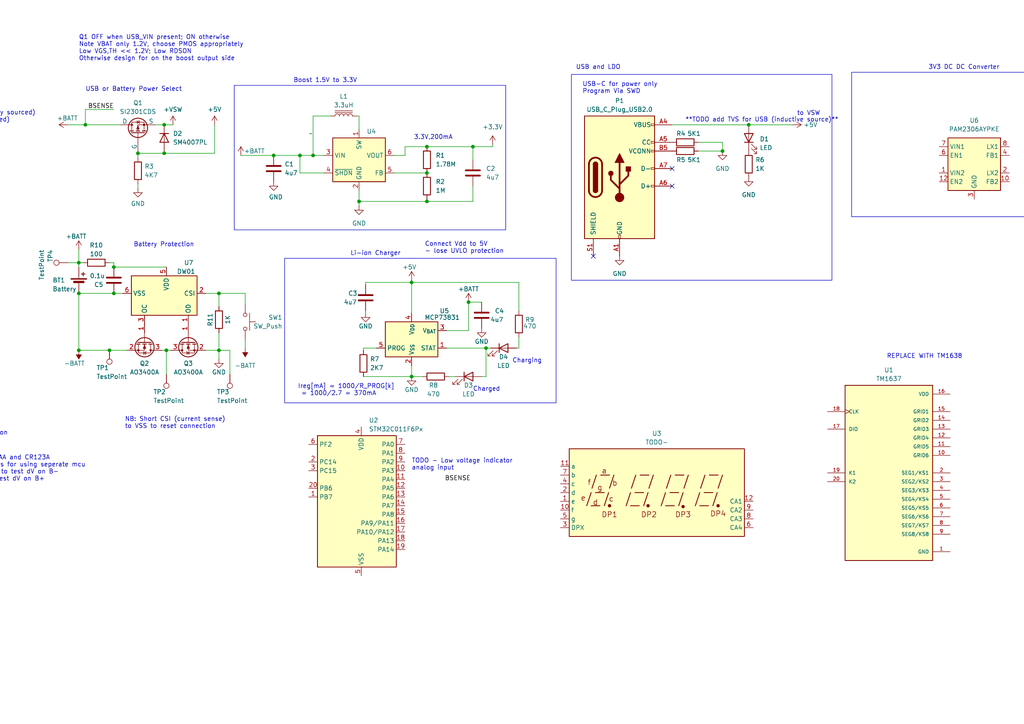
<source format=kicad_sch>
(kicad_sch (version 20230121) (generator eeschema)
  (paper "A4")
  (lib_symbols
    (symbol "Battery_Management:MCP73831-2-OT"
      (property "Reference" "U" (at -7.62 6.35 0))
      (property "Value" "MCP73831-2-OT" (at 1.27 6.35 0))
      (symbol "MCP73831-2-OT_0_1"
        (rectangle (start -7.62 5.08) (end 7.62 -5.08) (stroke (width 0.254)) (fill (type background)))
      )
      (symbol "MCP73831-2-OT_1_1"
        (pin output line (at 10.16 -2.54 180) (length 2.54) (name "STAT") (number "1"))
        (pin power_in line (at 0 -7.62 90) (length 2.54) (name "V_{SS}") (number "2"))
        (pin power_out line (at 10.16 2.54 180) (length 2.54) (name "V_{BAT}") (number "3"))
        (pin power_in line (at 0 7.62 270) (length 2.54) (name "V_{DD}") (number "4"))
        (pin input line (at -10.16 -2.54 0) (length 2.54) (name "PROG") (number "5"))
      )
    )
    (symbol "Connector:TestPoint" (pin_numbers hide) (pin_names (offset 0.762) hide)
      (property "Reference" "TP" (at 0 6.858 0))
      (property "Value" "TestPoint" (at 0 5.08 0))
      (symbol "TestPoint_0_1"
        (circle (center 0 3.302) (radius 0.762))
      )
      (symbol "TestPoint_1_1"
        (pin passive line (at 0 0 90) (length 2.54) (name "1") (number "1"))
      )
    )
    (symbol "Connector:USB_C_Plug_USB2.0" (pin_names (offset 1.016))
      (property "Reference" "P" (at -10.16 19.05 0))
      (property "Value" "USB_C_Plug_USB2.0" (at 12.7 19.05 0))
      (symbol "USB_C_Plug_USB2.0_0_0"
        (rectangle (start -0.254 -17.78) (end 0.254 -16.764))
        (rectangle (start 10.16 -2.286) (end 9.144 -2.794))
        (rectangle (start 10.16 2.794) (end 9.144 2.286))
        (rectangle (start 10.16 7.874) (end 9.144 7.366))
        (rectangle (start 10.16 10.414) (end 9.144 9.906))
        (rectangle (start 10.16 15.494) (end 9.144 14.986))
      )
      (symbol "USB_C_Plug_USB2.0_0_1"
        (rectangle (start -10.16 17.78) (end 10.16 -17.78) (stroke (width 0.254)) (fill (type background)))
        (arc (start -8.89 -3.81) (mid -6.985 -5.7067) (end -5.08 -3.81) (stroke (width 0.508)))
        (arc (start -7.62 -3.81) (mid -6.985 -4.4423) (end -6.35 -3.81) (stroke (width 0.254)))
        (arc (start -7.62 -3.81) (mid -6.985 -4.4423) (end -6.35 -3.81) (stroke (width 0.254)) (fill (type outline)))
        (rectangle (start -7.62 -3.81) (end -6.35 3.81) (stroke (width 0.254)) (fill (type outline)))
        (arc (start -6.35 3.81) (mid -6.985 4.4423) (end -7.62 3.81) (stroke (width 0.254)))
        (arc (start -6.35 3.81) (mid -6.985 4.4423) (end -7.62 3.81) (stroke (width 0.254)) (fill (type outline)))
        (arc (start -5.08 3.81) (mid -6.985 5.7067) (end -8.89 3.81) (stroke (width 0.508)))
        (circle (center -2.54 1.143) (radius 0.635) (stroke (width 0.254)) (fill (type outline)))
        (circle (center 0 -5.842) (radius 1.27) (fill (type outline)))
        (polyline (pts (xy -8.89 -3.81) (xy -8.89 3.81)) (stroke (width 0.508)))
        (polyline (pts (xy -5.08 3.81) (xy -5.08 -3.81)) (stroke (width 0.508)))
        (polyline (pts (xy 0 -5.842) (xy 0 4.318)) (stroke (width 0.508)))
        (polyline (pts (xy 0 -3.302) (xy -2.54 -0.762) (xy -2.54 0.508)) (stroke (width 0.508)))
        (polyline (pts (xy 0 -2.032) (xy 2.54 0.508) (xy 2.54 1.778)) (stroke (width 0.508)))
        (polyline (pts (xy -1.27 4.318) (xy 0 6.858) (xy 1.27 4.318) (xy -1.27 4.318)) (stroke (width 0.254)) (fill (type outline)))
        (rectangle (start 1.905 1.778) (end 3.175 3.048) (stroke (width 0.254)) (fill (type outline)))
      )
      (symbol "USB_C_Plug_USB2.0_1_1"
        (pin passive line (at 0 -22.86 90) (length 5.08) (name "GND") (number "A1"))
        (pin passive line (at 0 -22.86 90) (length 5.08) hide (name "GND") (number "A12"))
        (pin passive line (at 15.24 15.24 180) (length 5.08) (name "VBUS") (number "A4"))
        (pin bidirectional line (at 15.24 10.16 180) (length 5.08) (name "CC") (number "A5"))
        (pin bidirectional line (at 15.24 -2.54 180) (length 5.08) (name "D+") (number "A6"))
        (pin bidirectional line (at 15.24 2.54 180) (length 5.08) (name "D-") (number "A7"))
        (pin passive line (at 15.24 15.24 180) (length 5.08) hide (name "VBUS") (number "A9"))
        (pin passive line (at 0 -22.86 90) (length 5.08) hide (name "GND") (number "B1"))
        (pin passive line (at 0 -22.86 90) (length 5.08) hide (name "GND") (number "B12"))
        (pin passive line (at 15.24 15.24 180) (length 5.08) hide (name "VBUS") (number "B4"))
        (pin bidirectional line (at 15.24 7.62 180) (length 5.08) (name "VCONN") (number "B5"))
        (pin passive line (at 15.24 15.24 180) (length 5.08) hide (name "VBUS") (number "B9"))
        (pin passive line (at -7.62 -22.86 90) (length 5.08) (name "SHIELD") (number "S1"))
      )
    )
    (symbol "Device:Battery_Cell" (pin_numbers hide) (pin_names (offset 0) hide)
      (property "Reference" "BT" (at 2.54 2.54 0))
      (property "Value" "Battery_Cell" (at 2.54 0 0))
      (symbol "Battery_Cell_0_1"
        (rectangle (start -2.286 1.778) (end 2.286 1.524) (fill (type outline)))
        (rectangle (start -1.524 1.016) (end 1.524 0.508) (fill (type outline)))
        (polyline (pts (xy 0 0.762) (xy 0 0)))
        (polyline (pts (xy 0 1.778) (xy 0 2.54)))
        (polyline (pts (xy 0.762 3.048) (xy 1.778 3.048)) (stroke (width 0.254)))
        (polyline (pts (xy 1.27 3.556) (xy 1.27 2.54)) (stroke (width 0.254)))
      )
      (symbol "Battery_Cell_1_1"
        (pin passive line (at 0 5.08 270) (length 2.54) (name "+") (number "1"))
        (pin passive line (at 0 -2.54 90) (length 2.54) (name "-") (number "2"))
      )
    )
    (symbol "Device:C" (pin_numbers hide) (pin_names (offset 0.254))
      (property "Reference" "C" (at 0.635 2.54 0))
      (property "Value" "C" (at 0.635 -2.54 0))
      (symbol "C_0_1"
        (polyline (pts (xy -2.032 -0.762) (xy 2.032 -0.762)) (stroke (width 0.508)))
        (polyline (pts (xy -2.032 0.762) (xy 2.032 0.762)) (stroke (width 0.508)))
      )
      (symbol "C_1_1"
        (pin passive line (at 0 3.81 270) (length 2.794) (name "~") (number "1"))
        (pin passive line (at 0 -3.81 90) (length 2.794) (name "~") (number "2"))
      )
    )
    (symbol "Device:LED" (pin_numbers hide) (pin_names (offset 1.016) hide)
      (property "Reference" "D" (at 0 2.54 0))
      (property "Value" "LED" (at 0 -2.54 0))
      (symbol "LED_0_1"
        (polyline (pts (xy -1.27 -1.27) (xy -1.27 1.27)) (stroke (width 0.254)))
        (polyline (pts (xy -1.27 0) (xy 1.27 0)))
        (polyline (pts (xy 1.27 -1.27) (xy 1.27 1.27) (xy -1.27 0) (xy 1.27 -1.27)) (stroke (width 0.254)))
        (polyline (pts (xy -3.048 -0.762) (xy -4.572 -2.286) (xy -3.81 -2.286) (xy -4.572 -2.286) (xy -4.572 -1.524)))
        (polyline (pts (xy -1.778 -0.762) (xy -3.302 -2.286) (xy -2.54 -2.286) (xy -3.302 -2.286) (xy -3.302 -1.524)))
      )
      (symbol "LED_1_1"
        (pin passive line (at -3.81 0 0) (length 2.54) (name "K") (number "1"))
        (pin passive line (at 3.81 0 180) (length 2.54) (name "A") (number "2"))
      )
    )
    (symbol "Device:L_Iron" (pin_numbers hide) (pin_names (offset 1.016) hide)
      (property "Reference" "L" (at -1.27 0 90))
      (property "Value" "L_Iron" (at 2.794 0 90))
      (symbol "L_Iron_0_1"
        (arc (start 0 -2.54) (mid 0.6323 -1.905) (end 0 -1.27))
        (arc (start 0 -1.27) (mid 0.6323 -0.635) (end 0 0))
        (polyline (pts (xy 1.016 2.54) (xy 1.016 -2.54)))
        (polyline (pts (xy 1.524 -2.54) (xy 1.524 2.54)))
        (arc (start 0 0) (mid 0.6323 0.635) (end 0 1.27))
        (arc (start 0 1.27) (mid 0.6323 1.905) (end 0 2.54))
      )
      (symbol "L_Iron_1_1"
        (pin passive line (at 0 3.81 270) (length 1.27) (name "1") (number "1"))
        (pin passive line (at 0 -3.81 90) (length 1.27) (name "2") (number "2"))
      )
    )
    (symbol "Device:R" (pin_numbers hide) (pin_names (offset 0))
      (property "Reference" "R" (at 2.032 0 90))
      (property "Value" "R" (at 0 0 90))
      (symbol "R_0_1"
        (rectangle (start -1.016 -2.54) (end 1.016 2.54) (stroke (width 0.254)))
      )
      (symbol "R_1_1"
        (pin passive line (at 0 3.81 270) (length 1.27) (name "~") (number "1"))
        (pin passive line (at 0 -3.81 90) (length 1.27) (name "~") (number "2"))
      )
    )
    (symbol "Diode:1N4002" (pin_numbers hide) (pin_names hide)
      (property "Reference" "D" (at 0 2.54 0))
      (property "Value" "1N4002" (at 0 -2.54 0))
      (symbol "1N4002_0_1"
        (polyline (pts (xy -1.27 1.27) (xy -1.27 -1.27)) (stroke (width 0.254)))
        (polyline (pts (xy 1.27 0) (xy -1.27 0)))
        (polyline (pts (xy 1.27 1.27) (xy 1.27 -1.27) (xy -1.27 0) (xy 1.27 1.27)) (stroke (width 0.254)))
      )
      (symbol "1N4002_1_1"
        (pin passive line (at -3.81 0 0) (length 2.54) (name "K") (number "1"))
        (pin passive line (at 3.81 0 180) (length 2.54) (name "A") (number "2"))
      )
    )
    (symbol "Display_Character:CA56-12CGKWA"
      (property "Reference" "U" (at -24.13 13.97 0))
      (property "Value" "CA56-12CGKWA" (at 17.78 13.97 0))
      (symbol "CA56-12CGKWA_0_0"
        (rectangle (start -25.4 12.7) (end 25.4 -12.7) (stroke (width 0.254)) (fill (type background)))
        (polyline (pts (xy -20.32 -3.81) (xy -19.05 0)) (stroke (width 0.254)))
        (polyline (pts (xy -19.05 -3.81) (xy -16.51 -3.81)) (stroke (width 0.254)))
        (polyline (pts (xy -18.796 1.27) (xy -17.526 5.08)) (stroke (width 0.254)))
        (polyline (pts (xy -17.78 0) (xy -15.24 0)) (stroke (width 0.254)))
        (polyline (pts (xy -16.256 5.08) (xy -13.716 5.08)) (stroke (width 0.254)))
        (polyline (pts (xy -15.24 -3.81) (xy -13.97 0)) (stroke (width 0.254)))
        (polyline (pts (xy -13.716 1.27) (xy -12.446 5.08)) (stroke (width 0.254)))
        (polyline (pts (xy -8.89 -3.81) (xy -7.62 0)) (stroke (width 0.254)))
        (polyline (pts (xy -7.62 -3.81) (xy -5.08 -3.81)) (stroke (width 0.254)))
        (polyline (pts (xy -7.366 1.27) (xy -6.096 5.08)) (stroke (width 0.254)))
        (polyline (pts (xy -6.35 0) (xy -3.81 0)) (stroke (width 0.254)))
        (polyline (pts (xy -4.826 5.08) (xy -2.286 5.08)) (stroke (width 0.254)))
        (polyline (pts (xy -3.81 -3.81) (xy -2.54 0)) (stroke (width 0.254)))
        (polyline (pts (xy -2.286 1.27) (xy -1.016 5.08)) (stroke (width 0.254)))
        (polyline (pts (xy 1.27 -3.81) (xy 2.54 0)) (stroke (width 0.254)))
        (polyline (pts (xy 2.54 -3.81) (xy 5.08 -3.81)) (stroke (width 0.254)))
        (polyline (pts (xy 2.794 1.27) (xy 4.064 5.08)) (stroke (width 0.254)))
        (polyline (pts (xy 3.81 0) (xy 6.35 0)) (stroke (width 0.254)))
        (polyline (pts (xy 5.334 5.08) (xy 7.874 5.08)) (stroke (width 0.254)))
        (polyline (pts (xy 6.35 -3.81) (xy 7.62 0)) (stroke (width 0.254)))
        (polyline (pts (xy 7.874 1.27) (xy 9.144 5.08)) (stroke (width 0.254)))
        (polyline (pts (xy 11.176 -3.81) (xy 12.446 0)) (stroke (width 0.254)))
        (polyline (pts (xy 12.446 -3.81) (xy 14.986 -3.81)) (stroke (width 0.254)))
        (polyline (pts (xy 12.7 1.27) (xy 13.97 5.08)) (stroke (width 0.254)))
        (polyline (pts (xy 13.716 0) (xy 16.256 0)) (stroke (width 0.254)))
        (polyline (pts (xy 15.24 5.08) (xy 17.78 5.08)) (stroke (width 0.254)))
        (polyline (pts (xy 16.256 -3.81) (xy 17.526 0)) (stroke (width 0.254)))
        (polyline (pts (xy 17.78 1.27) (xy 19.05 5.08)) (stroke (width 0.254)))
        (text "a" (at -15.24 6.35 0) (effects (font (size 1.524 1.524))))
        (text "b" (at -12.192 2.794 0) (effects (font (size 1.524 1.524))))
        (text "c" (at -13.208 -1.778 0) (effects (font (size 1.524 1.524))))
        (text "d" (at -17.78 -2.794 0) (effects (font (size 1.524 1.524))))
        (text "DP1" (at -13.716 -6.35 0) (effects (font (size 1.524 1.524))))
        (text "DP2" (at -2.286 -6.35 0) (effects (font (size 1.524 1.524))))
        (text "DP3" (at 7.62 -6.35 0) (effects (font (size 1.524 1.524))))
        (text "DP4" (at 17.78 -6.096 0) (effects (font (size 1.524 1.524))))
        (text "e" (at -21.336 -1.524 0) (effects (font (size 1.524 1.524))))
        (text "f" (at -19.558 3.048 0) (effects (font (size 1.524 1.524))))
        (text "g" (at -16.51 1.524 0) (effects (font (size 1.524 1.524))))
      )
      (symbol "CA56-12CGKWA_0_1"
        (circle (center -13.716 -3.81) (radius 0.3556) (stroke (width 0.254)) (fill (type outline)))
        (circle (center -2.54 -3.81) (radius 0.3556) (stroke (width 0.254)) (fill (type outline)))
      )
      (symbol "CA56-12CGKWA_1_0"
        (circle (center 7.62 -4.064) (radius 0.3556) (stroke (width 0.254)) (fill (type outline)))
        (circle (center 17.78 -3.81) (radius 0.3556) (stroke (width 0.254)) (fill (type outline)))
      )
      (symbol "CA56-12CGKWA_1_1"
        (pin input line (at -27.94 -2.54 0) (length 2.54) (name "e") (number "1"))
        (pin input line (at -27.94 -5.08 0) (length 2.54) (name "f") (number "10"))
        (pin input line (at -27.94 7.62 0) (length 2.54) (name "a") (number "11"))
        (pin input line (at 27.94 -2.54 180) (length 2.54) (name "CA1") (number "12"))
        (pin input line (at -27.94 0 0) (length 2.54) (name "d") (number "2"))
        (pin input line (at -27.94 -10.16 0) (length 2.54) (name "DPX") (number "3"))
        (pin input line (at -27.94 2.54 0) (length 2.54) (name "c") (number "4"))
        (pin input line (at -27.94 -7.62 0) (length 2.54) (name "g") (number "5"))
        (pin input line (at 27.94 -10.16 180) (length 2.54) (name "CA4") (number "6"))
        (pin input line (at -27.94 5.08 0) (length 2.54) (name "b") (number "7"))
        (pin input line (at 27.94 -7.62 180) (length 2.54) (name "CA3") (number "8"))
        (pin input line (at 27.94 -5.08 180) (length 2.54) (name "CA2") (number "9"))
      )
    )
    (symbol "MCU_ST_STM32C0:STM32C011F6Px"
      (property "Reference" "U" (at -10.16 21.59 0))
      (property "Value" "STM32C011F6Px" (at 5.08 21.59 0))
      (symbol "STM32C011F6Px_0_1"
        (rectangle (start -10.16 -17.78) (end 12.7 20.32) (stroke (width 0.254)) (fill (type background)))
      )
      (symbol "STM32C011F6Px_1_1"
        (pin bidirectional line (at -12.7 2.54 0) (length 2.54) (name "PB7") (number "1"))
        (pin bidirectional line (at 15.24 10.16 180) (length 2.54) (name "PA3") (number "10"))
        (pin bidirectional line (at 15.24 7.62 180) (length 2.54) (name "PA4") (number "11"))
        (pin bidirectional line (at 15.24 5.08 180) (length 2.54) (name "PA5") (number "12"))
        (pin bidirectional line (at 15.24 2.54 180) (length 2.54) (name "PA6") (number "13"))
        (pin bidirectional line (at 15.24 0 180) (length 2.54) (name "PA7") (number "14"))
        (pin bidirectional line (at 15.24 -2.54 180) (length 2.54) (name "PA8") (number "15"))
        (pin bidirectional line (at 15.24 -5.08 180) (length 2.54) (name "PA9/PA11") (number "16"))
        (pin bidirectional line (at 15.24 -7.62 180) (length 2.54) (name "PA10/PA12") (number "17"))
        (pin bidirectional line (at 15.24 -10.16 180) (length 2.54) (name "PA13") (number "18"))
        (pin bidirectional line (at 15.24 -12.7 180) (length 2.54) (name "PA14") (number "19"))
        (pin bidirectional line (at -12.7 12.7 0) (length 2.54) (name "PC14") (number "2"))
        (pin bidirectional line (at -12.7 5.08 0) (length 2.54) (name "PB6") (number "20"))
        (pin bidirectional line (at -12.7 10.16 0) (length 2.54) (name "PC15") (number "3"))
        (pin power_in line (at 2.54 22.86 270) (length 2.54) (name "VDD") (number "4"))
        (pin power_in line (at 2.54 -20.32 90) (length 2.54) (name "VSS") (number "5"))
        (pin bidirectional line (at -12.7 17.78 0) (length 2.54) (name "PF2") (number "6"))
        (pin bidirectional line (at 15.24 17.78 180) (length 2.54) (name "PA0") (number "7"))
        (pin bidirectional line (at 15.24 15.24 180) (length 2.54) (name "PA1") (number "8"))
        (pin bidirectional line (at 15.24 12.7 180) (length 2.54) (name "PA2") (number "9"))
      )
    )
    (symbol "Regulator_Switching:PAM2306AYPKE"
      (property "Reference" "U" (at 0 11.43 0))
      (property "Value" "PAM2306AYPKE" (at 0 8.89 0))
      (symbol "PAM2306AYPKE_0_1"
        (rectangle (start 7.62 7.62) (end -7.62 -7.62) (stroke (width 0.254)) (fill (type background)))
      )
      (symbol "PAM2306AYPKE_1_1"
        (pin power_in line (at -10.16 -2.54 0) (length 2.54) (name "VIN2") (number "1"))
        (pin input line (at 10.16 -5.08 180) (length 2.54) (name "FB2") (number "10"))
        (pin no_connect line (at 7.62 0 180) (length 2.54) hide (name "NC2") (number "11"))
        (pin input line (at -10.16 -5.08 0) (length 2.54) (name "EN2") (number "12"))
        (pin passive line (at 0 -10.16 90) (length 2.54) hide (name "GND") (number "13"))
        (pin output line (at 10.16 -2.54 180) (length 2.54) (name "LX2") (number "2"))
        (pin power_in line (at 0 -10.16 90) (length 2.54) (name "GND") (number "3"))
        (pin input line (at 10.16 2.54 180) (length 2.54) (name "FB1") (number "4"))
        (pin no_connect line (at -7.62 0 0) (length 2.54) hide (name "NC1") (number "5"))
        (pin input line (at -10.16 2.54 0) (length 2.54) (name "EN1") (number "6"))
        (pin power_in line (at -10.16 5.08 0) (length 2.54) (name "VIN1") (number "7"))
        (pin output line (at 10.16 5.08 180) (length 2.54) (name "LX1") (number "8"))
        (pin passive line (at 0 -10.16 90) (length 2.54) hide (name "GND") (number "9"))
      )
    )
    (symbol "Simulation_SPICE:PMOS" (pin_numbers hide) (pin_names (offset 0))
      (property "Reference" "Q" (at 5.08 1.27 0))
      (property "Value" "PMOS" (at 5.08 -1.27 0))
      (symbol "PMOS_0_1"
        (polyline (pts (xy 0.254 0) (xy -2.54 0)))
        (polyline (pts (xy 0.254 1.905) (xy 0.254 -1.905)) (stroke (width 0.254)))
        (polyline (pts (xy 0.762 -1.27) (xy 0.762 -2.286)) (stroke (width 0.254)))
        (polyline (pts (xy 0.762 0.508) (xy 0.762 -0.508)) (stroke (width 0.254)))
        (polyline (pts (xy 0.762 2.286) (xy 0.762 1.27)) (stroke (width 0.254)))
        (polyline (pts (xy 2.54 2.54) (xy 2.54 1.778)))
        (polyline (pts (xy 2.54 -2.54) (xy 2.54 0) (xy 0.762 0)))
        (polyline (pts (xy 0.762 1.778) (xy 3.302 1.778) (xy 3.302 -1.778) (xy 0.762 -1.778)))
        (polyline (pts (xy 2.286 0) (xy 1.27 0.381) (xy 1.27 -0.381) (xy 2.286 0)) (fill (type outline)))
        (polyline (pts (xy 2.794 -0.508) (xy 2.921 -0.381) (xy 3.683 -0.381) (xy 3.81 -0.254)))
        (polyline (pts (xy 3.302 -0.381) (xy 2.921 0.254) (xy 3.683 0.254) (xy 3.302 -0.381)))
        (circle (center 1.651 0) (radius 2.794) (stroke (width 0.254)))
        (circle (center 2.54 -1.778) (radius 0.254) (fill (type outline)))
        (circle (center 2.54 1.778) (radius 0.254) (fill (type outline)))
      )
      (symbol "PMOS_1_1"
        (pin passive line (at 2.54 5.08 270) (length 2.54) (name "D") (number "1"))
        (pin input line (at -5.08 0 0) (length 2.54) (name "G") (number "2"))
        (pin passive line (at 2.54 -5.08 90) (length 2.54) (name "S") (number "3"))
      )
    )
    (symbol "Switch:SW_Push" (pin_numbers hide) (pin_names (offset 1.016) hide)
      (property "Reference" "SW" (at 1.27 2.54 0))
      (property "Value" "SW_Push" (at 0 -1.524 0))
      (symbol "SW_Push_0_1"
        (circle (center -2.032 0) (radius 0.508))
        (polyline (pts (xy 0 1.27) (xy 0 3.048)))
        (polyline (pts (xy 2.54 1.27) (xy -2.54 1.27)))
        (circle (center 2.032 0) (radius 0.508))
        (pin passive line (at -5.08 0 0) (length 2.54) (name "1") (number "1"))
        (pin passive line (at 5.08 0 180) (length 2.54) (name "2") (number "2"))
      )
    )
    (symbol "TM1637:TM1637" (pin_names (offset 1.016))
      (property "Reference" "U" (at -12.7 27.94 0))
      (property "Value" "TM1637" (at -12.7 -30.48 0))
      (symbol "TM1637_0_0"
        (rectangle (start -12.7 -25.4) (end 12.7 25.4) (stroke (width 0.254)) (fill (type background)))
        (pin power_in line (at 17.78 -22.86 180) (length 5.08) (name "GND") (number "1"))
        (pin output line (at 17.78 5.08 180) (length 5.08) (name "GRID6") (number "10"))
        (pin output line (at 17.78 7.62 180) (length 5.08) (name "GRID5") (number "11"))
        (pin output line (at 17.78 10.16 180) (length 5.08) (name "GRID4") (number "12"))
        (pin output line (at 17.78 12.7 180) (length 5.08) (name "GRID3") (number "13"))
        (pin output line (at 17.78 15.24 180) (length 5.08) (name "GRID2") (number "14"))
        (pin output line (at 17.78 17.78 180) (length 5.08) (name "GRID1") (number "15"))
        (pin power_in line (at 17.78 22.86 180) (length 5.08) (name "VDD") (number "16"))
        (pin bidirectional line (at -17.78 12.7 0) (length 5.08) (name "DIO") (number "17"))
        (pin input clock (at -17.78 17.78 0) (length 5.08) (name "CLK") (number "18"))
        (pin input line (at -17.78 0 0) (length 5.08) (name "K1") (number "19"))
        (pin output line (at 17.78 0 180) (length 5.08) (name "SEG1/KS1") (number "2"))
        (pin input line (at -17.78 -2.54 0) (length 5.08) (name "K2") (number "20"))
        (pin output line (at 17.78 -2.54 180) (length 5.08) (name "SEG2/KS2") (number "3"))
        (pin output line (at 17.78 -5.08 180) (length 5.08) (name "SEG3/KS3") (number "4"))
        (pin output line (at 17.78 -7.62 180) (length 5.08) (name "SEG4/KS4") (number "5"))
        (pin output line (at 17.78 -10.16 180) (length 5.08) (name "SEG5/KS5") (number "6"))
        (pin output line (at 17.78 -12.7 180) (length 5.08) (name "SEG6/KS6") (number "7"))
        (pin output line (at 17.78 -15.24 180) (length 5.08) (name "SEG7/KS7") (number "8"))
        (pin output line (at 17.78 -17.78 180) (length 5.08) (name "SEG8/KS8") (number "9"))
      )
    )
    (symbol "Transistor_FET:AO3400A" (pin_names hide)
      (property "Reference" "Q" (at 5.08 1.905 0))
      (property "Value" "AO3400A" (at 5.08 0 0))
      (symbol "AO3400A_0_1"
        (polyline (pts (xy 0.254 0) (xy -2.54 0)))
        (polyline (pts (xy 0.254 1.905) (xy 0.254 -1.905)) (stroke (width 0.254)))
        (polyline (pts (xy 0.762 -1.27) (xy 0.762 -2.286)) (stroke (width 0.254)))
        (polyline (pts (xy 0.762 0.508) (xy 0.762 -0.508)) (stroke (width 0.254)))
        (polyline (pts (xy 0.762 2.286) (xy 0.762 1.27)) (stroke (width 0.254)))
        (polyline (pts (xy 2.54 2.54) (xy 2.54 1.778)))
        (polyline (pts (xy 2.54 -2.54) (xy 2.54 0) (xy 0.762 0)))
        (polyline (pts (xy 0.762 -1.778) (xy 3.302 -1.778) (xy 3.302 1.778) (xy 0.762 1.778)))
        (polyline (pts (xy 1.016 0) (xy 2.032 0.381) (xy 2.032 -0.381) (xy 1.016 0)) (fill (type outline)))
        (polyline (pts (xy 2.794 0.508) (xy 2.921 0.381) (xy 3.683 0.381) (xy 3.81 0.254)))
        (polyline (pts (xy 3.302 0.381) (xy 2.921 -0.254) (xy 3.683 -0.254) (xy 3.302 0.381)))
        (circle (center 1.651 0) (radius 2.794) (stroke (width 0.254)))
        (circle (center 2.54 -1.778) (radius 0.254) (fill (type outline)))
        (circle (center 2.54 1.778) (radius 0.254) (fill (type outline)))
      )
      (symbol "AO3400A_1_1"
        (pin input line (at -5.08 0 0) (length 2.54) (name "G") (number "1"))
        (pin passive line (at 2.54 -5.08 90) (length 2.54) (name "S") (number "2"))
        (pin passive line (at 2.54 5.08 270) (length 2.54) (name "D") (number "3"))
      )
    )
    (symbol "User_10K-Hours:DW01"
      (property "Reference" "U" (at 0 0 0))
      (symbol "DW01_1_1"
        (rectangle (start -10.16 0) (end 8.89 -11.43) (stroke (width 0.254)) (fill (type background)))
        (pin output line (at 6.35 -13.97 90) (length 2.54) (name "OD") (number "1"))
        (pin passive line (at 11.43 -5.08 180) (length 2.54) (name "CSI") (number "2"))
        (pin output line (at -6.35 -13.97 90) (length 2.54) (name "OC") (number "3"))
        (pin no_connect line (at -12.7 -8.89 0) (length 2.54) hide (name "NC") (number "4"))
        (pin power_in line (at 0 2.54 270) (length 2.54) (name "VDD") (number "5"))
        (pin power_in line (at -12.7 -5.08 0) (length 2.54) (name "VSS") (number "6"))
      )
    )
    (symbol "User_10K-Hours:LTC3526"
      (property "Reference" "U" (at -6.35 1.27 0))
      (symbol "LTC3526_0_1"
        (rectangle (start -7.62 0) (end 7.62 -12.7) (stroke (width 0.254)) (fill (type background)))
      )
      (symbol "LTC3526_1_1"
        (pin input line (at 0 2.54 270) (length 2.54) (name "SW") (number "1"))
        (pin power_in line (at 0 -15.24 90) (length 2.54) (name "GND") (number "2"))
        (pin power_in line (at -10.16 -5.08 0) (length 2.54) (name "VIN") (number "3"))
        (pin input line (at -10.16 -10.16 0) (length 2.54) (name "~{SHDN}") (number "4"))
        (pin input line (at 10.16 -10.16 180) (length 2.54) (name "FB") (number "5"))
        (pin power_out line (at 10.16 -5.08 180) (length 2.54) (name "VOUT") (number "6"))
      )
    )
    (symbol "power:+3.3V" (power) (pin_names (offset 0))
      (property "Value" "+3.3V" (at 0 3.556 0))
      (symbol "+3.3V_0_1"
        (polyline (pts (xy -0.762 1.27) (xy 0 2.54)))
        (polyline (pts (xy 0 0) (xy 0 2.54)))
        (polyline (pts (xy 0 2.54) (xy 0.762 1.27)))
      )
      (symbol "+3.3V_1_1"
        (pin power_in line (at 0 0 90) (length 0) hide (name "+3.3V") (number "1"))
      )
    )
    (symbol "power:+5V" (power) (pin_names (offset 0))
      (property "Value" "+5V" (at 0 3.556 0))
      (symbol "+5V_0_1"
        (polyline (pts (xy -0.762 1.27) (xy 0 2.54)))
        (polyline (pts (xy 0 0) (xy 0 2.54)))
        (polyline (pts (xy 0 2.54) (xy 0.762 1.27)))
      )
      (symbol "+5V_1_1"
        (pin power_in line (at 0 0 90) (length 0) hide (name "+5V") (number "1"))
      )
    )
    (symbol "power:+BATT" (power) (pin_names (offset 0))
      (property "Value" "+BATT" (at 0 3.556 0))
      (symbol "+BATT_0_1"
        (polyline (pts (xy -0.762 1.27) (xy 0 2.54)))
        (polyline (pts (xy 0 0) (xy 0 2.54)))
        (polyline (pts (xy 0 2.54) (xy 0.762 1.27)))
      )
      (symbol "+BATT_1_1"
        (pin power_in line (at 0 0 90) (length 0) hide (name "+BATT") (number "1"))
      )
    )
    (symbol "power:+VSW" (power) (pin_names (offset 0))
      (property "Value" "+VSW" (at 0 3.556 0))
      (symbol "+VSW_0_1"
        (polyline (pts (xy -0.762 1.27) (xy 0 2.54)))
        (polyline (pts (xy 0 0) (xy 0 2.54)))
        (polyline (pts (xy 0 2.54) (xy 0.762 1.27)))
      )
      (symbol "+VSW_1_1"
        (pin power_in line (at 0 0 90) (length 0) hide (name "+VSW") (number "1"))
      )
    )
    (symbol "power:-BATT" (power) (pin_names (offset 0))
      (property "Value" "-BATT" (at 0 3.556 0))
      (symbol "-BATT_0_1"
        (polyline (pts (xy 0 0) (xy 0 2.54)))
        (polyline (pts (xy 0.762 1.27) (xy -0.762 1.27) (xy 0 2.54) (xy 0.762 1.27)) (fill (type outline)))
      )
      (symbol "-BATT_1_1"
        (pin power_in line (at 0 0 90) (length 0) hide (name "-BATT") (number "1"))
      )
    )
    (symbol "power:GND" (power) (pin_names (offset 0))
      (property "Value" "GND" (at 0 -3.81 0))
      (symbol "GND_0_1"
        (polyline (pts (xy 0 0) (xy 0 -1.27) (xy 1.27 -1.27) (xy 0 -2.54) (xy -1.27 -1.27) (xy 0 -1.27)))
      )
      (symbol "GND_1_1"
        (pin power_in line (at 0 0 270) (length 0) hide (name "GND") (number "1"))
      )
    )
  )
  (junction (at 47.625 36.195))
  (junction (at 217.17 36.195))
  (junction (at 86.995 45.085))
  (junction (at 22.86 85.09))
  (junction (at 123.825 58.42))
  (junction (at 22.86 101.6))
  (junction (at 24.765 36.195))
  (junction (at 22.86 76.2))
  (junction (at 209.55 43.815))
  (junction (at 119.38 109.22))
  (junction (at 137.16 42.545))
  (junction (at 90.805 45.085))
  (junction (at 33.02 85.09))
  (junction (at 104.14 58.42))
  (junction (at 33.02 77.47))
  (junction (at 47.625 44.45))
  (junction (at 79.375 45.085))
  (junction (at 63.5 85.09))
  (junction (at 140.97 100.965))
  (junction (at 63.5 101.6))
  (junction (at 40.005 44.45))
  (junction (at 31.75 101.6))
  (junction (at 123.825 42.545))
  (junction (at 48.26 101.6))
  (junction (at 135.89 87.63))
  (junction (at 119.38 81.915))
  (junction (at 123.825 50.165))
  (no_connect (at 172.085 74.295))
  (no_connect (at 194.945 53.975))
  (no_connect (at 194.945 48.895))
  (wire (pts (xy 63.5 96.52) (xy 63.5 101.6)))
  (wire (pts (xy 24.765 31.75) (xy 33.02 31.75)))
  (wire (pts (xy 22.86 77.47) (xy 22.86 76.2)))
  (wire (pts (xy 150.495 81.915) (xy 119.38 81.915)))
  (wire (pts (xy 139.7 109.22) (xy 140.97 109.22)))
  (wire (pts (xy 140.97 109.22) (xy 140.97 100.965)))
  (wire (pts (xy 119.38 81.28) (xy 119.38 81.915)))
  (wire (pts (xy 202.565 41.275) (xy 209.55 41.275)))
  (wire (pts (xy 123.825 50.165) (xy 114.3 50.165)))
  (wire (pts (xy 135.89 87.63) (xy 135.89 95.885)))
  (wire (pts (xy 123.825 42.545) (xy 117.475 42.545)))
  (wire (pts (xy 59.69 101.6) (xy 63.5 101.6)))
  (wire (pts (xy 63.5 85.09) (xy 59.69 85.09)))
  (wire (pts (xy 63.5 85.09) (xy 63.5 88.9)))
  (wire (pts (xy 47.625 36.195) (xy 50.165 36.195)))
  (wire (pts (xy 48.26 101.6) (xy 49.53 101.6)))
  (wire (pts (xy 93.98 50.165) (xy 86.995 50.165)))
  (wire (pts (xy 33.02 77.47) (xy 48.26 77.47)))
  (wire (pts (xy 86.995 50.165) (xy 86.995 45.085)))
  (wire (pts (xy 150.495 81.915) (xy 150.495 90.17)))
  (wire (pts (xy 106.045 90.805) (xy 106.045 90.17)))
  (wire (pts (xy 119.38 81.915) (xy 106.045 81.915)))
  (wire (pts (xy 105.41 109.22) (xy 119.38 109.22)))
  (wire (pts (xy 142.875 42.545) (xy 137.16 42.545)))
  (wire (pts (xy 24.765 36.195) (xy 24.765 31.75)))
  (wire (pts (xy 117.475 42.545) (xy 117.475 45.085)))
  (wire (pts (xy 63.5 85.09) (xy 71.12 85.09)))
  (wire (pts (xy 47.625 44.45) (xy 40.005 44.45)))
  (wire (pts (xy 149.86 100.965) (xy 150.495 100.965)))
  (wire (pts (xy 71.12 85.09) (xy 71.12 88.265)))
  (wire (pts (xy 119.38 106.045) (xy 119.38 109.22)))
  (wire (pts (xy 123.825 58.42) (xy 123.825 57.785)))
  (wire (pts (xy 137.16 46.355) (xy 137.16 42.545)))
  (wire (pts (xy 22.86 101.6) (xy 22.86 85.09)))
  (wire (pts (xy 22.86 76.2) (xy 22.86 72.39)))
  (wire (pts (xy 33.02 76.2) (xy 31.75 76.2)))
  (wire (pts (xy 63.5 101.6) (xy 63.5 104.14)))
  (wire (pts (xy 104.14 33.655) (xy 103.505 33.655)))
  (wire (pts (xy 66.675 108.585) (xy 66.675 101.6)))
  (wire (pts (xy 62.23 36.195) (xy 62.23 44.45)))
  (wire (pts (xy 95.885 33.655) (xy 90.805 33.655)))
  (wire (pts (xy 135.89 95.885) (xy 129.54 95.885)))
  (wire (pts (xy 104.14 59.69) (xy 104.14 58.42)))
  (wire (pts (xy 137.16 58.42) (xy 123.825 58.42)))
  (wire (pts (xy 137.16 42.545) (xy 123.825 42.545)))
  (wire (pts (xy 31.75 101.6) (xy 36.83 101.6)))
  (wire (pts (xy 130.175 109.22) (xy 132.08 109.22)))
  (wire (pts (xy 104.14 58.42) (xy 104.14 55.245)))
  (wire (pts (xy 150.495 97.79) (xy 150.495 100.965)))
  (wire (pts (xy 40.005 44.45) (xy 40.005 45.72)))
  (wire (pts (xy 24.13 76.2) (xy 22.86 76.2)))
  (wire (pts (xy 90.805 45.085) (xy 93.98 45.085)))
  (wire (pts (xy 140.97 100.965) (xy 142.24 100.965)))
  (wire (pts (xy 119.38 81.915) (xy 119.38 90.805)))
  (wire (pts (xy 142.875 41.91) (xy 142.875 42.545)))
  (wire (pts (xy 62.23 44.45) (xy 47.625 44.45)))
  (wire (pts (xy 119.38 109.22) (xy 122.555 109.22)))
  (wire (pts (xy 40.005 43.815) (xy 40.005 44.45)))
  (wire (pts (xy 123.825 58.42) (xy 104.14 58.42)))
  (wire (pts (xy 48.26 101.6) (xy 48.26 108.585)))
  (wire (pts (xy 209.55 41.275) (xy 209.55 43.815)))
  (wire (pts (xy 217.17 36.195) (xy 229.87 36.195)))
  (wire (pts (xy 66.675 101.6) (xy 63.5 101.6)))
  (wire (pts (xy 109.22 100.965) (xy 105.41 100.965)))
  (wire (pts (xy 22.86 101.6) (xy 31.75 101.6)))
  (wire (pts (xy 19.685 76.2) (xy 22.86 76.2)))
  (wire (pts (xy 86.995 45.085) (xy 90.805 45.085)))
  (wire (pts (xy 104.14 37.465) (xy 104.14 33.655)))
  (wire (pts (xy 105.41 100.965) (xy 105.41 101.6)))
  (wire (pts (xy 209.55 43.815) (xy 202.565 43.815)))
  (wire (pts (xy 19.685 36.195) (xy 24.765 36.195)))
  (wire (pts (xy 40.005 53.34) (xy 40.005 54.61)))
  (wire (pts (xy 69.85 45.085) (xy 79.375 45.085)))
  (wire (pts (xy 137.16 53.975) (xy 137.16 58.42)))
  (wire (pts (xy 45.085 36.195) (xy 47.625 36.195)))
  (wire (pts (xy 129.54 100.965) (xy 140.97 100.965)))
  (wire (pts (xy 135.89 87.63) (xy 139.7 87.63)))
  (wire (pts (xy 106.045 81.915) (xy 106.045 82.55)))
  (wire (pts (xy 47.625 44.45) (xy 47.625 43.815)))
  (wire (pts (xy 33.02 85.09) (xy 35.56 85.09)))
  (wire (pts (xy 24.765 36.195) (xy 34.925 36.195)))
  (wire (pts (xy 71.12 98.425) (xy 71.12 100.965)))
  (wire (pts (xy 90.805 33.655) (xy 90.805 45.085)))
  (wire (pts (xy 22.86 85.09) (xy 33.02 85.09)))
  (wire (pts (xy 79.375 45.085) (xy 86.995 45.085)))
  (wire (pts (xy 117.475 45.085) (xy 114.3 45.085)))
  (wire (pts (xy 46.99 101.6) (xy 48.26 101.6)))
  (wire (pts (xy 33.02 77.47) (xy 33.02 76.2)))
  (wire (pts (xy 194.945 36.195) (xy 217.17 36.195)))
  (rectangle (start 165.735 21.59) (end 241.3 81.28))
  (rectangle (start 67.945 24.765) (end 146.685 66.675))
  (rectangle (start 82.55 74.93) (end 161.29 116.84))
  (rectangle (start 247.015 20.955) (end 325.755 62.865))
  (text "3.3V,200mA" (at 120.015 40.64 0) (effects (font (size 1.27 1.27)) (justify left bottom)))
  (text "Li-ion Charger" (at 101.6 74.295 0) (effects (font (size 1.27 1.27)) (justify left bottom)))
  (text "TODO - Low voltage indicator\nanalog input" (at 119.38 136.525 0) (effects (font (size 1.27 1.27)) (justify left bottom)))
  (text "USB or Battery Power Select" (at 24.765 26.67 0) (effects (font (size 1.27 1.27)) (justify left bottom)))
  (text "Uses NiMH battery, should be charged on an external charger" (at 42.545 -3.81 0) (effects (font (size 1.27 1.27)) (justify left bottom)))
  (text "Footprint Notes\n- make footprint for both AAA and CR123A\n- add extra charging circuits for using seperate mcu\n- test pads for S2,S1,D1/2 to test dV on B-\n- test pads on Q1 D/S to test dV on B+" (at -27.94 139.7 0) (effects (font (size 1.27 1.27)) (justify left bottom)))
  (text "Boost 1.5V to 3.3V" (at 85.09 24.13 0) (effects (font (size 1.27 1.27)) (justify left bottom)))
  (text "USB and LDO" (at 167.005 20.32 0) (effects (font (size 1.27 1.27)) (justify left bottom)))
  (text "USB_VIN NOT present → pulls G down → turns ON PMOS (battery sourced)\nUSB_VIN present → Gate HIGH → PMOS OFF (battery disconnected)\n" (at -62.23 35.56 0) (effects (font (size 1.27 1.27)) (justify left bottom)))
  (text "Charging" (at 148.59 105.41 0) (effects (font (size 1.27 1.27)) (justify left bottom)))
  (text "to VSW" (at 231.14 33.655 0) (effects (font (size 1.27 1.27)) (justify left bottom)))
  (text "NB: Short CSI (current sense) \nto VSS to reset connection" (at 36.195 124.46 0) (effects (font (size 1.27 1.27)) (justify left bottom)))
  (text "**TODO add TVS for USB (inductive source)**" (at 198.755 35.56 0) (effects (font (size 1.27 1.27)) (justify left bottom)))
  (text "USB-C for power only\nProgram Via SWD\n" (at 168.91 27.305 0) (effects (font (size 1.27 1.27)) (justify left bottom)))
  (text "REPLACE WITH TM1638" (at 257.175 104.14 0) (effects (font (size 1.27 1.27)) (justify left bottom)))
  (text "Ireg[mA] = 1000/R_PROG[k]\n = 1000/2.7 = 370mA" (at 86.36 114.935 0) (effects (font (size 1.27 1.27)) (justify left bottom)))
  (text "3V3 DC DC Converter" (at 269.24 20.32 0) (effects (font (size 1.27 1.27)) (justify left bottom)))
  (text "Connect Vdd to 5V\n- lose UVLO protection" (at 123.19 73.66 0) (effects (font (size 1.27 1.27)) (justify left bottom)))
  (text "Charged" (at 137.16 113.665 0) (effects (font (size 1.27 1.27)) (justify left bottom)))
  (text "Q1 OFF when USB_VIN present; ON otherwise\nNote VBAT only 1.2V, choose PMOS appropriately\nLow VGS,TH << 1.2V; Low RDSON\nOtherwise design for on the boost output side" (at 22.86 17.78 0) (effects (font (size 1.27 1.27)) (justify left bottom)))
  (text "Battery Protection" (at 38.735 71.755 0) (effects (font (size 1.27 1.27)) (justify left bottom)))
  (text "TODO\n- battery reverse protection\n" (at -25.4 126.365 0) (effects (font (size 1.27 1.27)) (justify left bottom)))
  (label "BSENSE" (at 33.02 31.75 180))
  (label "BSENSE" (at 136.525 139.7 180))
  (symbol (lib_id "Device:LED") (at 135.89 109.22 0) (unit 1)
    (property "Reference" "D3" (at 135.89 111.76 0))
    (property "Value" "LED" (at 135.89 114.3 0))
  )
  (symbol (lib_id "power:+5V") (at 62.23 36.195 0) (unit 1)
    (property "Reference" "#PWR014" (effects hide))
    (property "Value" "+5V" (at 62.23 31.75 0))
  )
  (symbol (lib_id "power:-BATT") (at 22.86 101.6 180) (unit 1)
    (property "Reference" "#PWR022" (effects hide))
    (property "Value" "-BATT" (at 21.59 105.41 0))
  )
  (symbol (lib_id "Device:Battery_Cell") (at 22.86 82.55 0) (unit 1)
    (property "Reference" "BT1" (at 15.24 81.28 0) (effects (justify left)))
    (property "Value" "Battery" (at 15.24 83.82 0) (effects (justify left)))
  )
  (symbol (lib_id "Connector:USB_C_Plug_USB2.0") (at 179.705 51.435 0) (unit 1)
    (property "Reference" "P1" (at 179.705 29.21 0))
    (property "Value" "USB_C_Plug_USB2.0" (at 179.705 31.75 0))
    (property "Datasheet" "https://www.usb.org/sites/default/files/documents/usb_type-c.zip" (effects hide))
  )
  (symbol (lib_id "power:GND") (at 63.5 104.14 0) (unit 1)
    (property "Reference" "#PWR021" (effects hide))
    (property "Value" "GND" (at 63.5 107.95 0))
  )
  (symbol (lib_id "Battery_Management:MCP73831-2-OT") (at 119.38 98.425 0) (unit 1)
    (property "Reference" "U5" (at 128.905 90.17 0))
    (property "Value" "MCP73831" (at 128.27 92.075 0))
    (property "Datasheet" "https://wmsc.lcsc.com/wmsc/upload/file/pdf/v2/lcsc/2210172200_Microchip-Tech-MCP73831-2DCI-MC_C635037.pdf" (effects hide))
    (property "Description" "Li-Ion Charger" (effects hide))
    (property "JLCPCB PN" "C635037" (effects hide))
    (property "MPN" "MCP73831-2DCI/MC" (effects hide))
    (property "URL" "https://jlcpcb.com/partdetail/MicrochipTech-MCP73831_2DCIMC/C635037" (effects hide))
    (property "Price" "216" (effects hide))
  )
  (symbol (lib_id "power:GND") (at 179.705 74.295 0) (unit 1)
    (property "Reference" "#PWR09" (effects hide))
    (property "Value" "GND" (at 179.705 79.375 0))
  )
  (symbol (lib_id "Diode:1N4002") (at 47.625 40.005 270) (unit 1)
    (property "Reference" "D2" (at 50.165 38.735 90) (effects (justify left)))
    (property "Value" "SM4007PL" (at 50.165 41.275 90) (effects (justify left)))
    (property "Footprint" "Diode_THT:D_DO-41_SOD81_P10.16mm_Horizontal" (effects hide))
    (property "Datasheet" "https://jlcpcb.com/parts/2nd/Diodes/Diodes_General_Purpose_70" (effects hide))
    (property "Sim.Device" "D" (effects hide))
    (property "Sim.Pins" "1=K 2=A" (effects hide))
    (property "Description" "Diode" (effects hide))
    (property "JLCPCB PN" "C64898" (effects hide))
    (property "MPN" "SM4007PL" (effects hide))
    (property "Manufacturer" "MDD(Microdiode Semiconductor)" (effects hide))
  )
  (symbol (lib_id "power:GND") (at 217.17 51.435 0) (unit 1)
    (property "Reference" "#PWR010" (effects hide))
    (property "Value" "GND" (at 217.17 56.515 0))
  )
  (symbol (lib_id "MCU_ST_STM32C0:STM32C011F6Px") (at 102.235 146.685 0) (unit 1)
    (property "Reference" "U2" (at 106.9691 121.92 0) (effects (justify left)))
    (property "Value" "STM32C011F6Px" (at 106.9691 124.46 0) (effects (justify left)))
    (property "Footprint" "Package_SO:TSSOP-20_4.4x6.5mm_P0.65mm" (effects hide))
    (property "Datasheet" "https://www.st.com/resource/en/datasheet/stm32c011f6.pdf" (effects hide))
  )
  (symbol (lib_id "power:GND") (at 40.005 54.61 0) (unit 1)
    (property "Reference" "#PWR07" (effects hide))
    (property "Value" "GND" (at 40.005 59.055 0))
  )
  (symbol (lib_id "power:+5V") (at 119.38 81.28 0) (unit 1)
    (property "Reference" "#PWR016" (effects hide))
    (property "Value" "+5V" (at 118.745 77.47 0))
  )
  (symbol (lib_id "Device:R") (at 198.755 43.815 90) (unit 1)
    (property "Reference" "R5" (at 197.485 46.355 90))
    (property "Value" "5K1" (at 201.295 46.355 90))
  )
  (symbol (lib_id "Connector:TestPoint") (at 48.26 108.585 180) (unit 1)
    (property "Reference" "TP2" (at 44.45 113.665 0) (effects (justify right)))
    (property "Value" "TestPoint" (at 44.45 116.205 0) (effects (justify right)))
  )
  (symbol (lib_id "Simulation_SPICE:PMOS") (at 40.005 38.735 90) (unit 1)
    (property "Reference" "Q1" (at 40.005 29.845 90))
    (property "Value" "SI2301CDS" (at 40.005 32.385 90))
    (property "Datasheet" "https://jlcpcb.com/partdetail/VishayIntertech-SI2301CDS_T1GE3/C10487" (effects hide))
    (property "Sim.Device" "PMOS" (effects hide))
    (property "Sim.Type" "VDMOS" (effects hide))
    (property "Sim.Pins" "1=D 2=G 3=S" (effects hide))
    (property "Description" "PMOS" (effects hide))
    (property "JLCPCB PN" "C10487" (effects hide))
    (property "MPN" "SI2301CDS-T1-GE3" (effects hide))
    (property "Manufacturer" "Vishay Intertech" (effects hide))
  )
  (symbol (lib_id "Display_Character:CA56-12CGKWA") (at 190.5 142.875 0) (unit 1)
    (property "Reference" "U3" (at 190.5 125.73 0))
    (property "Value" "TODO-" (at 190.5 128.27 0))
    (property "Footprint" "Display_7Segment:CA56-12CGKWA" (effects hide))
    (property "Datasheet" "https://jlcpcb.com/partdetail/Shenzhen_ZhihaoElec-FJ2481BH/C10710" (effects hide))
  )
  (symbol (lib_id "Device:R") (at 126.365 109.22 90) (unit 1)
    (property "Reference" "R8" (at 125.73 111.76 90))
    (property "Value" "470" (at 125.73 114.3 90))
  )
  (symbol (lib_id "Device:C") (at 106.045 86.36 0) (unit 1)
    (property "Reference" "C3" (at 100.965 85.09 0) (effects (justify left)))
    (property "Value" "4u7" (at 99.695 87.63 0) (effects (justify left)))
  )
  (symbol (lib_id "Device:C") (at 137.16 50.165 0) (unit 1)
    (property "Reference" "C2" (at 140.97 48.895 0) (effects (justify left)))
    (property "Value" "4u7" (at 140.97 51.435 0) (effects (justify left)))
  )
  (symbol (lib_id "power:GND") (at 119.38 109.22 0) (unit 1)
    (property "Reference" "#PWR013" (effects hide))
    (property "Value" "GND" (at 119.38 113.03 0))
  )
  (symbol (lib_id "power:+BATT") (at 135.89 87.63 0) (unit 1)
    (property "Reference" "#PWR015" (effects hide))
    (property "Value" "+BATT" (at 135.89 83.82 0))
  )
  (symbol (lib_id "power:+BATT") (at 69.85 45.085 0) (unit 1)
    (property "Reference" "#PWR01" (effects hide))
    (property "Value" "+BATT" (at 76.835 43.815 0) (effects (justify right)))
  )
  (symbol (lib_id "power:+BATT") (at 19.685 36.195 90) (unit 1)
    (property "Reference" "#PWR04" (effects hide))
    (property "Value" "+BATT" (at 16.51 34.29 90) (effects (justify right)))
  )
  (symbol (lib_id "Regulator_Switching:PAM2306AYPKE") (at 282.575 47.625 0) (unit 1)
    (property "Reference" "U6" (at 282.575 34.925 0))
    (property "Value" "PAM2306AYPKE" (at 282.575 37.465 0))
    (property "Footprint" "Package_DFN_QFN:WDFN-12-1EP_3x3mm_P0.45mm_EP1.7x2.5mm" (effects hide))
    (property "Datasheet" "https://jlcpcb.com/partdetail/DiodesIncorporated-PAM2306AYPKE/C508236" (effects hide))
    (property "JLCPCB PN" "C508236" (effects hide))
    (property "MPN" "PAM2306AYPKE" (effects hide))
    (property "Manufacturer" "Diodes Incorporated" (effects hide))
    (property "Price" "74.83" (effects hide))
  )
  (symbol (lib_id "Device:C") (at 33.02 81.28 0) (unit 1)
    (property "Reference" "C5" (at 27.305 82.55 0) (effects (justify left)))
    (property "Value" "0.1u" (at 26.035 80.01 0) (effects (justify left)))
  )
  (symbol (lib_id "power:+BATT") (at 22.86 72.39 0) (unit 1)
    (property "Reference" "#PWR018" (effects hide))
    (property "Value" "+BATT" (at 19.05 68.58 0) (effects (justify left)))
  )
  (symbol (lib_id "Transistor_FET:AO3400A") (at 41.91 99.06 270) (unit 1)
    (property "Reference" "Q2" (at 41.91 105.41 90))
    (property "Value" "AO3400A" (at 41.91 107.95 90))
    (property "Footprint" "Package_TO_SOT_SMD:SOT-23" (effects hide))
    (property "Datasheet" "https://jlcpcb.com/partdetail/Alpha_OmegaSemicon-AO3400A/C20917ttp://www.aosmd.com/pdfs/datasheet/AO3400A.pdf" (effects hide))
    (property "Description" "NMOS" (effects hide))
    (property "JLCPCB PN" "C20917" (effects hide))
    (property "MPN" "AO3400A" (effects hide))
    (property "Manufacturer" "    Alpha & Omega Semicon" (effects hide))
  )
  (symbol (lib_id "Switch:SW_Push") (at 71.12 93.345 270) (mirror x) (unit 1)
    (property "Reference" "SW1" (at 81.915 92.075 90) (effects (justify right)))
    (property "Value" "SW_Push" (at 81.915 94.615 90) (effects (justify right)))
  )
  (symbol (lib_id "Device:R") (at 150.495 93.98 180) (unit 1)
    (property "Reference" "R9" (at 153.67 92.71 0))
    (property "Value" "470" (at 153.67 94.615 0))
  )
  (symbol (lib_id "Device:R") (at 40.005 49.53 0) (unit 1)
    (property "Reference" "R3" (at 41.91 48.26 0) (effects (justify left)))
    (property "Value" "4K7" (at 41.91 50.8 0) (effects (justify left)))
  )
  (symbol (lib_id "power:GND") (at 139.7 95.25 0) (unit 1)
    (property "Reference" "#PWR019" (effects hide))
    (property "Value" "GND" (at 139.7 99.06 0))
  )
  (symbol (lib_id "Device:L_Iron") (at 99.695 33.655 90) (unit 1)
    (property "Reference" "L1" (at 99.695 27.94 90))
    (property "Value" "3.3uH" (at 99.695 30.48 90))
    (property "Datasheet" "https://jlcpcb.com/partdetail/ShouHan-CY54_33UH/C2929428" (effects hide))
    (property "MPN" "    CY54-3.3UH" (effects hide))
    (property "Manufacturer" "Shou-han" (effects hide))
  )
  (symbol (lib_id "Device:R") (at 105.41 105.41 0) (unit 1)
    (property "Reference" "R7" (at 107.315 104.14 0) (effects (justify left)))
    (property "Value" "2K7" (at 107.315 106.68 0) (effects (justify left)))
  )
  (symbol (lib_id "Device:LED") (at 146.05 100.965 0) (unit 1)
    (property "Reference" "D4" (at 146.05 103.505 0))
    (property "Value" "LED" (at 146.05 106.045 0))
  )
  (symbol (lib_id "Connector:TestPoint") (at 19.685 76.2 90) (unit 1)
    (property "Reference" "TP4" (at 14.605 72.39 0) (effects (justify right)))
    (property "Value" "TestPoint" (at 12.065 72.39 0) (effects (justify right)))
  )
  (symbol (lib_id "TM1637:TM1637") (at 257.81 137.16 0) (unit 1)
    (property "Reference" "U1" (at 257.81 107.315 0))
    (property "Value" "TM1637" (at 257.81 109.855 0))
    (property "Footprint" "TM1637:DIP778W43P254L2612H431Q20N" (effects hide))
    (property "MF" "Titan Micro Electronics" (effects hide))
    (property "MAXIMUM_PACKAGE_HEIGHT" "4.31 mm" (effects hide))
    (property "Package" "Package" (effects hide))
    (property "Price" "None" (effects hide))
    (property "Check_prices" "https://www.snapeda.com/parts/TM1637/Titan+Micro+Electronics/view-part/?ref=eda" (effects hide))
    (property "STANDARD" "IPC 7351B" (effects hide))
    (property "PARTREV" "v2.5" (effects hide))
    (property "SnapEDA_Link" "https://www.snapeda.com/parts/TM1637/Titan+Micro+Electronics/view-part/?ref=snap" (effects hide))
    (property "MP" "TM1637" (effects hide))
    (property "Description" "LED Drive Control Special Circuit " (effects hide))
    (property "Availability" "Not in stock" (effects hide))
    (property "MANUFACTURER" "Titan Micro Electronics" (effects hide))
  )
  (symbol (lib_id "Device:R") (at 123.825 53.975 0) (unit 1)
    (property "Reference" "R2" (at 126.365 52.705 0) (effects (justify left)))
    (property "Value" "1M" (at 126.365 55.245 0) (effects (justify left)))
  )
  (symbol (lib_id "Connector:TestPoint") (at 66.675 108.585 180) (unit 1)
    (property "Reference" "TP3" (at 62.865 113.665 0) (effects (justify right)))
    (property "Value" "TestPoint" (at 62.865 116.205 0) (effects (justify right)))
    (property "Footprint" "TestPoint:TestPoint_Pad_D2.0mm" (effects hide))
  )
  (symbol (lib_id "Transistor_FET:AO3400A") (at 54.61 99.06 90) (mirror x) (unit 1)
    (property "Reference" "Q3" (at 54.61 105.41 90))
    (property "Value" "AO3400A" (at 54.61 107.95 90))
    (property "Footprint" "Package_TO_SOT_SMD:SOT-23" (effects hide))
    (property "Datasheet" "https://jlcpcb.com/partdetail/Alpha_OmegaSemicon-AO3400A/C20917ttp://www.aosmd.com/pdfs/datasheet/AO3400A.pdf" (effects hide))
    (property "Description" "NMOS" (effects hide))
    (property "JLCPCB PN" "C20917" (effects hide))
    (property "MPN" "AO3400A" (effects hide))
    (property "Manufacturer" "    Alpha & Omega Semicon" (effects hide))
  )
  (symbol (lib_id "Device:R") (at 63.5 92.71 180) (unit 1)
    (property "Reference" "R11" (at 60.96 92.71 90))
    (property "Value" "1K" (at 66.04 92.71 90))
  )
  (symbol (lib_id "Device:LED") (at 217.17 40.005 90) (unit 1)
    (property "Reference" "D1" (at 220.345 40.3225 90) (effects (justify right)))
    (property "Value" "LED" (at 220.345 42.8625 90) (effects (justify right)))
  )
  (symbol (lib_id "power:GND") (at 79.375 52.705 0) (unit 1)
    (property "Reference" "#PWR03" (effects hide))
    (property "Value" "GND" (at 80.01 57.15 0))
  )
  (symbol (lib_id "power:+5V") (at 229.87 36.195 270) (unit 1)
    (property "Reference" "#PWR011" (effects hide))
    (property "Value" "+5V" (at 233.045 36.195 90) (effects (justify left)))
  )
  (symbol (lib_id "User_10K-Hours:DW01") (at 48.26 80.01 0) (unit 1)
    (property "Reference" "U7" (at 53.34 76.2 0) (effects (justify left)))
    (property "Value" "DW01" (at 53.975 78.74 0))
    (property "Footprint" "Package_TO_SOT_SMD:SOT-23-6" (effects hide))
    (property "Datasheet" "https://www.lcsc.com/datasheet/lcsc_datasheet_2310071538_Guangdong-Hottech-DW01_C181096.pdf" (effects hide))
    (property "Description" "Battery Protection" (effects hide))
    (property "JLCPCB PN" "C181096" (effects hide))
    (property "MPN" "DW01" (effects hide))
    (property "Manufacturer" "Guangdong Hottech" (effects hide))
    (property "Price" "4.16" (effects hide))
    (property "URL" "https://jlcpcb.com/parts/componentSearch?searchTxt=dw01" (effects hide))
  )
  (symbol (lib_id "User_10K-Hours:LTC3526") (at 104.14 40.005 0) (unit 1)
    (property "Reference" "U4" (at 106.3341 38.1 0) (effects (justify left)))
    (property "Value" "~" (at 90.17 38.735 0))
  )
  (symbol (lib_id "Device:C") (at 79.375 48.895 0) (unit 1)
    (property "Reference" "C1" (at 82.55 47.625 0) (effects (justify left)))
    (property "Value" "4u7" (at 82.55 50.165 0) (effects (justify left)))
  )
  (symbol (lib_id "Device:R") (at 198.755 41.275 90) (unit 1)
    (property "Reference" "R4" (at 197.485 38.735 90))
    (property "Value" "5K1" (at 201.295 38.735 90))
  )
  (symbol (lib_id "Device:R") (at 27.94 76.2 90) (unit 1)
    (property "Reference" "R10" (at 27.94 71.12 90))
    (property "Value" "100" (at 27.94 73.66 90))
  )
  (symbol (lib_id "power:GND") (at 104.14 59.69 0) (unit 1)
    (property "Reference" "#PWR02" (effects hide))
    (property "Value" "GND" (at 104.14 64.77 0))
  )
  (symbol (lib_id "Device:R") (at 217.17 47.625 0) (unit 1)
    (property "Reference" "R6" (at 219.075 46.355 0) (effects (justify left)))
    (property "Value" "1K" (at 219.075 48.895 0) (effects (justify left)))
  )
  (symbol (lib_id "power:+VSW") (at 50.165 36.195 0) (unit 1)
    (property "Reference" "#PWR012" (effects hide))
    (property "Value" "+VSW" (at 50.165 31.75 0))
  )
  (symbol (lib_id "power:-BATT") (at 71.12 100.965 180) (unit 1)
    (property "Reference" "#PWR020" (effects hide))
    (property "Value" "-BATT" (at 71.12 106.045 0))
  )
  (symbol (lib_id "power:GND") (at 106.045 90.805 0) (unit 1)
    (property "Reference" "#PWR017" (effects hide))
    (property "Value" "GND" (at 106.045 94.615 0))
  )
  (symbol (lib_id "power:+3.3V") (at 142.875 41.91 0) (unit 1)
    (property "Reference" "#PWR05" (effects hide))
    (property "Value" "+3.3V" (at 142.875 36.83 0))
  )
  (symbol (lib_id "Device:C") (at 139.7 91.44 0) (unit 1)
    (property "Reference" "C4" (at 143.51 90.17 0) (effects (justify left)))
    (property "Value" "4u7" (at 142.24 92.71 0) (effects (justify left)))
  )
  (symbol (lib_id "Connector:TestPoint") (at 31.75 101.6 180) (unit 1)
    (property "Reference" "TP1" (at 27.94 106.68 0) (effects (justify right)))
    (property "Value" "TestPoint" (at 27.94 109.22 0) (effects (justify right)))
  )
  (symbol (lib_id "power:GND") (at 209.55 43.815 0) (unit 1)
    (property "Reference" "#PWR08" (effects hide))
    (property "Value" "GND" (at 209.55 48.895 0))
  )
  (symbol (lib_id "Device:R") (at 123.825 46.355 0) (unit 1)
    (property "Reference" "R1" (at 126.365 45.085 0) (effects (justify left)))
    (property "Value" "1.78M" (at 126.365 47.625 0) (effects (justify left)))
  )
)
</source>
